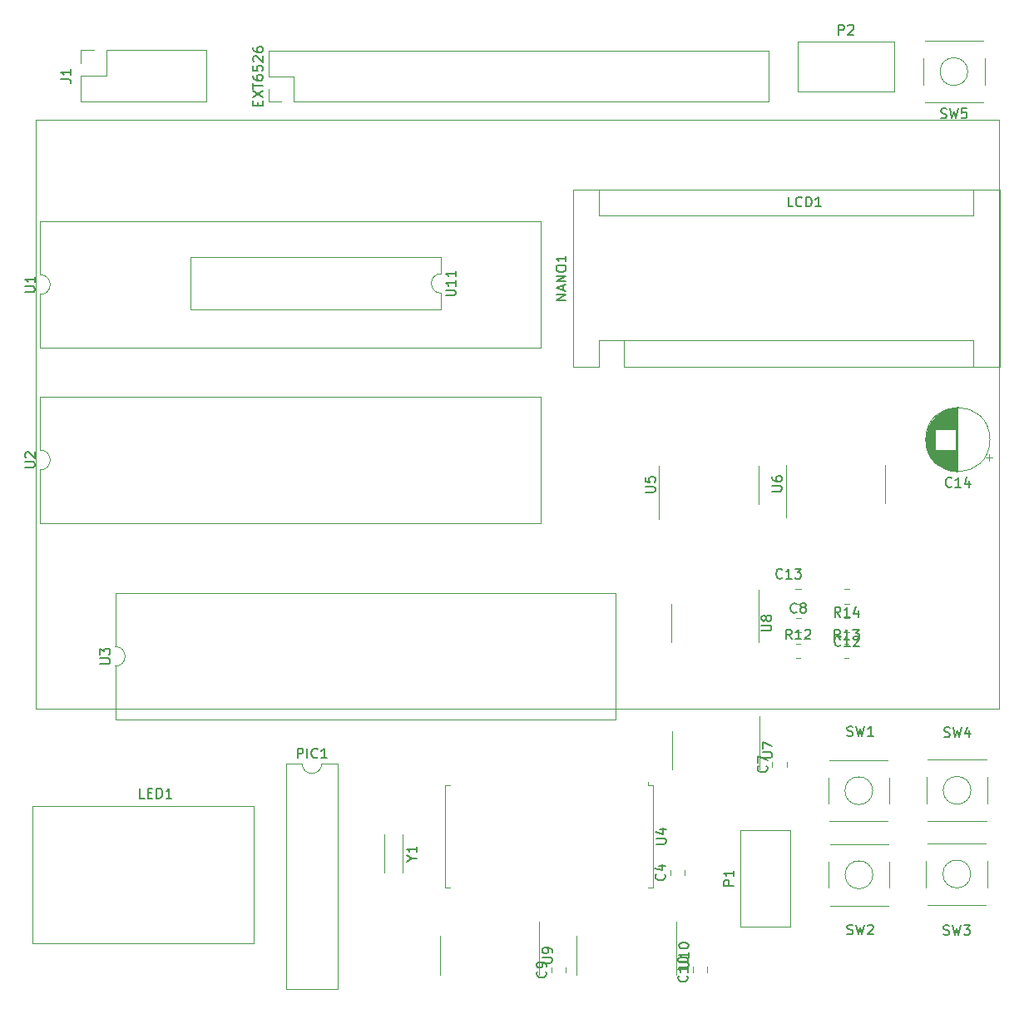
<source format=gbr>
%TF.GenerationSoftware,KiCad,Pcbnew,(5.99.0-7833-g0d57f90982)*%
%TF.CreationDate,2021-09-05T20:23:01+02:00*%
%TF.ProjectId,sbc6526,73626336-3532-4362-9e6b-696361645f70,rev?*%
%TF.SameCoordinates,Original*%
%TF.FileFunction,Legend,Top*%
%TF.FilePolarity,Positive*%
%FSLAX46Y46*%
G04 Gerber Fmt 4.6, Leading zero omitted, Abs format (unit mm)*
G04 Created by KiCad (PCBNEW (5.99.0-7833-g0d57f90982)) date 2021-09-05 20:23:01*
%MOMM*%
%LPD*%
G01*
G04 APERTURE LIST*
%ADD10C,0.150000*%
%ADD11C,0.120000*%
G04 APERTURE END LIST*
D10*
%TO.C,C4*%
X164877142Y-136229166D02*
X164924761Y-136276785D01*
X164972380Y-136419642D01*
X164972380Y-136514880D01*
X164924761Y-136657738D01*
X164829523Y-136752976D01*
X164734285Y-136800595D01*
X164543809Y-136848214D01*
X164400952Y-136848214D01*
X164210476Y-136800595D01*
X164115238Y-136752976D01*
X164020000Y-136657738D01*
X163972380Y-136514880D01*
X163972380Y-136419642D01*
X164020000Y-136276785D01*
X164067619Y-136229166D01*
X164305714Y-135372023D02*
X164972380Y-135372023D01*
X163924761Y-135610119D02*
X164639047Y-135848214D01*
X164639047Y-135229166D01*
%TO.C,C7*%
X175277142Y-125229166D02*
X175324761Y-125276785D01*
X175372380Y-125419642D01*
X175372380Y-125514880D01*
X175324761Y-125657738D01*
X175229523Y-125752976D01*
X175134285Y-125800595D01*
X174943809Y-125848214D01*
X174800952Y-125848214D01*
X174610476Y-125800595D01*
X174515238Y-125752976D01*
X174420000Y-125657738D01*
X174372380Y-125514880D01*
X174372380Y-125419642D01*
X174420000Y-125276785D01*
X174467619Y-125229166D01*
X174372380Y-124895833D02*
X174372380Y-124229166D01*
X175372380Y-124657738D01*
%TO.C,C8*%
X178343333Y-109562142D02*
X178295714Y-109609761D01*
X178152857Y-109657380D01*
X178057619Y-109657380D01*
X177914761Y-109609761D01*
X177819523Y-109514523D01*
X177771904Y-109419285D01*
X177724285Y-109228809D01*
X177724285Y-109085952D01*
X177771904Y-108895476D01*
X177819523Y-108800238D01*
X177914761Y-108705000D01*
X178057619Y-108657380D01*
X178152857Y-108657380D01*
X178295714Y-108705000D01*
X178343333Y-108752619D01*
X178914761Y-109085952D02*
X178819523Y-109038333D01*
X178771904Y-108990714D01*
X178724285Y-108895476D01*
X178724285Y-108847857D01*
X178771904Y-108752619D01*
X178819523Y-108705000D01*
X178914761Y-108657380D01*
X179105238Y-108657380D01*
X179200476Y-108705000D01*
X179248095Y-108752619D01*
X179295714Y-108847857D01*
X179295714Y-108895476D01*
X179248095Y-108990714D01*
X179200476Y-109038333D01*
X179105238Y-109085952D01*
X178914761Y-109085952D01*
X178819523Y-109133571D01*
X178771904Y-109181190D01*
X178724285Y-109276428D01*
X178724285Y-109466904D01*
X178771904Y-109562142D01*
X178819523Y-109609761D01*
X178914761Y-109657380D01*
X179105238Y-109657380D01*
X179200476Y-109609761D01*
X179248095Y-109562142D01*
X179295714Y-109466904D01*
X179295714Y-109276428D01*
X179248095Y-109181190D01*
X179200476Y-109133571D01*
X179105238Y-109085952D01*
%TO.C,C9*%
X152777142Y-146129166D02*
X152824761Y-146176785D01*
X152872380Y-146319642D01*
X152872380Y-146414880D01*
X152824761Y-146557738D01*
X152729523Y-146652976D01*
X152634285Y-146700595D01*
X152443809Y-146748214D01*
X152300952Y-146748214D01*
X152110476Y-146700595D01*
X152015238Y-146652976D01*
X151920000Y-146557738D01*
X151872380Y-146414880D01*
X151872380Y-146319642D01*
X151920000Y-146176785D01*
X151967619Y-146129166D01*
X152872380Y-145652976D02*
X152872380Y-145462500D01*
X152824761Y-145367261D01*
X152777142Y-145319642D01*
X152634285Y-145224404D01*
X152443809Y-145176785D01*
X152062857Y-145176785D01*
X151967619Y-145224404D01*
X151920000Y-145272023D01*
X151872380Y-145367261D01*
X151872380Y-145557738D01*
X151920000Y-145652976D01*
X151967619Y-145700595D01*
X152062857Y-145748214D01*
X152300952Y-145748214D01*
X152396190Y-145700595D01*
X152443809Y-145652976D01*
X152491428Y-145557738D01*
X152491428Y-145367261D01*
X152443809Y-145272023D01*
X152396190Y-145224404D01*
X152300952Y-145176785D01*
%TO.C,C12*%
X182819642Y-112912142D02*
X182772023Y-112959761D01*
X182629166Y-113007380D01*
X182533928Y-113007380D01*
X182391071Y-112959761D01*
X182295833Y-112864523D01*
X182248214Y-112769285D01*
X182200595Y-112578809D01*
X182200595Y-112435952D01*
X182248214Y-112245476D01*
X182295833Y-112150238D01*
X182391071Y-112055000D01*
X182533928Y-112007380D01*
X182629166Y-112007380D01*
X182772023Y-112055000D01*
X182819642Y-112102619D01*
X183772023Y-113007380D02*
X183200595Y-113007380D01*
X183486309Y-113007380D02*
X183486309Y-112007380D01*
X183391071Y-112150238D01*
X183295833Y-112245476D01*
X183200595Y-112293095D01*
X184152976Y-112102619D02*
X184200595Y-112055000D01*
X184295833Y-112007380D01*
X184533928Y-112007380D01*
X184629166Y-112055000D01*
X184676785Y-112102619D01*
X184724404Y-112197857D01*
X184724404Y-112293095D01*
X184676785Y-112435952D01*
X184105357Y-113007380D01*
X184724404Y-113007380D01*
%TO.C,P2*%
X182621904Y-50792380D02*
X182621904Y-49792380D01*
X183002857Y-49792380D01*
X183098095Y-49840000D01*
X183145714Y-49887619D01*
X183193333Y-49982857D01*
X183193333Y-50125714D01*
X183145714Y-50220952D01*
X183098095Y-50268571D01*
X183002857Y-50316190D01*
X182621904Y-50316190D01*
X183574285Y-49887619D02*
X183621904Y-49840000D01*
X183717142Y-49792380D01*
X183955238Y-49792380D01*
X184050476Y-49840000D01*
X184098095Y-49887619D01*
X184145714Y-49982857D01*
X184145714Y-50078095D01*
X184098095Y-50220952D01*
X183526666Y-50792380D01*
X184145714Y-50792380D01*
%TO.C,R12*%
X177857142Y-112317380D02*
X177523809Y-111841190D01*
X177285714Y-112317380D02*
X177285714Y-111317380D01*
X177666666Y-111317380D01*
X177761904Y-111365000D01*
X177809523Y-111412619D01*
X177857142Y-111507857D01*
X177857142Y-111650714D01*
X177809523Y-111745952D01*
X177761904Y-111793571D01*
X177666666Y-111841190D01*
X177285714Y-111841190D01*
X178809523Y-112317380D02*
X178238095Y-112317380D01*
X178523809Y-112317380D02*
X178523809Y-111317380D01*
X178428571Y-111460238D01*
X178333333Y-111555476D01*
X178238095Y-111603095D01*
X179190476Y-111412619D02*
X179238095Y-111365000D01*
X179333333Y-111317380D01*
X179571428Y-111317380D01*
X179666666Y-111365000D01*
X179714285Y-111412619D01*
X179761904Y-111507857D01*
X179761904Y-111603095D01*
X179714285Y-111745952D01*
X179142857Y-112317380D01*
X179761904Y-112317380D01*
%TO.C,R13*%
X182782142Y-112327380D02*
X182448809Y-111851190D01*
X182210714Y-112327380D02*
X182210714Y-111327380D01*
X182591666Y-111327380D01*
X182686904Y-111375000D01*
X182734523Y-111422619D01*
X182782142Y-111517857D01*
X182782142Y-111660714D01*
X182734523Y-111755952D01*
X182686904Y-111803571D01*
X182591666Y-111851190D01*
X182210714Y-111851190D01*
X183734523Y-112327380D02*
X183163095Y-112327380D01*
X183448809Y-112327380D02*
X183448809Y-111327380D01*
X183353571Y-111470238D01*
X183258333Y-111565476D01*
X183163095Y-111613095D01*
X184067857Y-111327380D02*
X184686904Y-111327380D01*
X184353571Y-111708333D01*
X184496428Y-111708333D01*
X184591666Y-111755952D01*
X184639285Y-111803571D01*
X184686904Y-111898809D01*
X184686904Y-112136904D01*
X184639285Y-112232142D01*
X184591666Y-112279761D01*
X184496428Y-112327380D01*
X184210714Y-112327380D01*
X184115476Y-112279761D01*
X184067857Y-112232142D01*
%TO.C,R14*%
X182807142Y-110052380D02*
X182473809Y-109576190D01*
X182235714Y-110052380D02*
X182235714Y-109052380D01*
X182616666Y-109052380D01*
X182711904Y-109100000D01*
X182759523Y-109147619D01*
X182807142Y-109242857D01*
X182807142Y-109385714D01*
X182759523Y-109480952D01*
X182711904Y-109528571D01*
X182616666Y-109576190D01*
X182235714Y-109576190D01*
X183759523Y-110052380D02*
X183188095Y-110052380D01*
X183473809Y-110052380D02*
X183473809Y-109052380D01*
X183378571Y-109195238D01*
X183283333Y-109290476D01*
X183188095Y-109338095D01*
X184616666Y-109385714D02*
X184616666Y-110052380D01*
X184378571Y-109004761D02*
X184140476Y-109719047D01*
X184759523Y-109719047D01*
%TO.C,U4*%
X164052380Y-133161904D02*
X164861904Y-133161904D01*
X164957142Y-133114285D01*
X165004761Y-133066666D01*
X165052380Y-132971428D01*
X165052380Y-132780952D01*
X165004761Y-132685714D01*
X164957142Y-132638095D01*
X164861904Y-132590476D01*
X164052380Y-132590476D01*
X164385714Y-131685714D02*
X165052380Y-131685714D01*
X164004761Y-131923809D02*
X164719047Y-132161904D01*
X164719047Y-131542857D01*
%TO.C,U6*%
X175852380Y-97261904D02*
X176661904Y-97261904D01*
X176757142Y-97214285D01*
X176804761Y-97166666D01*
X176852380Y-97071428D01*
X176852380Y-96880952D01*
X176804761Y-96785714D01*
X176757142Y-96738095D01*
X176661904Y-96690476D01*
X175852380Y-96690476D01*
X175852380Y-95785714D02*
X175852380Y-95976190D01*
X175900000Y-96071428D01*
X175947619Y-96119047D01*
X176090476Y-96214285D01*
X176280952Y-96261904D01*
X176661904Y-96261904D01*
X176757142Y-96214285D01*
X176804761Y-96166666D01*
X176852380Y-96071428D01*
X176852380Y-95880952D01*
X176804761Y-95785714D01*
X176757142Y-95738095D01*
X176661904Y-95690476D01*
X176423809Y-95690476D01*
X176328571Y-95738095D01*
X176280952Y-95785714D01*
X176233333Y-95880952D01*
X176233333Y-96071428D01*
X176280952Y-96166666D01*
X176328571Y-96214285D01*
X176423809Y-96261904D01*
%TO.C,U10*%
X166352380Y-145738095D02*
X167161904Y-145738095D01*
X167257142Y-145690476D01*
X167304761Y-145642857D01*
X167352380Y-145547619D01*
X167352380Y-145357142D01*
X167304761Y-145261904D01*
X167257142Y-145214285D01*
X167161904Y-145166666D01*
X166352380Y-145166666D01*
X167352380Y-144166666D02*
X167352380Y-144738095D01*
X167352380Y-144452380D02*
X166352380Y-144452380D01*
X166495238Y-144547619D01*
X166590476Y-144642857D01*
X166638095Y-144738095D01*
X166352380Y-143547619D02*
X166352380Y-143452380D01*
X166400000Y-143357142D01*
X166447619Y-143309523D01*
X166542857Y-143261904D01*
X166733333Y-143214285D01*
X166971428Y-143214285D01*
X167161904Y-143261904D01*
X167257142Y-143309523D01*
X167304761Y-143357142D01*
X167352380Y-143452380D01*
X167352380Y-143547619D01*
X167304761Y-143642857D01*
X167257142Y-143690476D01*
X167161904Y-143738095D01*
X166971428Y-143785714D01*
X166733333Y-143785714D01*
X166542857Y-143738095D01*
X166447619Y-143690476D01*
X166400000Y-143642857D01*
X166352380Y-143547619D01*
%TO.C,NANO1*%
X154872380Y-77818095D02*
X153872380Y-77818095D01*
X154872380Y-77246666D01*
X153872380Y-77246666D01*
X154586666Y-76818095D02*
X154586666Y-76341904D01*
X154872380Y-76913333D02*
X153872380Y-76580000D01*
X154872380Y-76246666D01*
X154872380Y-75913333D02*
X153872380Y-75913333D01*
X154872380Y-75341904D01*
X153872380Y-75341904D01*
X153872380Y-74675238D02*
X153872380Y-74484761D01*
X153920000Y-74389523D01*
X154015238Y-74294285D01*
X154205714Y-74246666D01*
X154539047Y-74246666D01*
X154729523Y-74294285D01*
X154824761Y-74389523D01*
X154872380Y-74484761D01*
X154872380Y-74675238D01*
X154824761Y-74770476D01*
X154729523Y-74865714D01*
X154539047Y-74913333D01*
X154205714Y-74913333D01*
X154015238Y-74865714D01*
X153920000Y-74770476D01*
X153872380Y-74675238D01*
X154872380Y-73294285D02*
X154872380Y-73865714D01*
X154872380Y-73580000D02*
X153872380Y-73580000D01*
X154015238Y-73675238D01*
X154110476Y-73770476D01*
X154158095Y-73865714D01*
%TO.C,U11*%
X142625380Y-77348095D02*
X143434904Y-77348095D01*
X143530142Y-77300476D01*
X143577761Y-77252857D01*
X143625380Y-77157619D01*
X143625380Y-76967142D01*
X143577761Y-76871904D01*
X143530142Y-76824285D01*
X143434904Y-76776666D01*
X142625380Y-76776666D01*
X143625380Y-75776666D02*
X143625380Y-76348095D01*
X143625380Y-76062380D02*
X142625380Y-76062380D01*
X142768238Y-76157619D01*
X142863476Y-76252857D01*
X142911095Y-76348095D01*
X143625380Y-74824285D02*
X143625380Y-75395714D01*
X143625380Y-75110000D02*
X142625380Y-75110000D01*
X142768238Y-75205238D01*
X142863476Y-75300476D01*
X142911095Y-75395714D01*
%TO.C,U9*%
X152452380Y-145261904D02*
X153261904Y-145261904D01*
X153357142Y-145214285D01*
X153404761Y-145166666D01*
X153452380Y-145071428D01*
X153452380Y-144880952D01*
X153404761Y-144785714D01*
X153357142Y-144738095D01*
X153261904Y-144690476D01*
X152452380Y-144690476D01*
X153452380Y-144166666D02*
X153452380Y-143976190D01*
X153404761Y-143880952D01*
X153357142Y-143833333D01*
X153214285Y-143738095D01*
X153023809Y-143690476D01*
X152642857Y-143690476D01*
X152547619Y-143738095D01*
X152500000Y-143785714D01*
X152452380Y-143880952D01*
X152452380Y-144071428D01*
X152500000Y-144166666D01*
X152547619Y-144214285D01*
X152642857Y-144261904D01*
X152880952Y-144261904D01*
X152976190Y-144214285D01*
X153023809Y-144166666D01*
X153071428Y-144071428D01*
X153071428Y-143880952D01*
X153023809Y-143785714D01*
X152976190Y-143738095D01*
X152880952Y-143690476D01*
%TO.C,U7*%
X174872380Y-124381904D02*
X175681904Y-124381904D01*
X175777142Y-124334285D01*
X175824761Y-124286666D01*
X175872380Y-124191428D01*
X175872380Y-124000952D01*
X175824761Y-123905714D01*
X175777142Y-123858095D01*
X175681904Y-123810476D01*
X174872380Y-123810476D01*
X174872380Y-123429523D02*
X174872380Y-122762857D01*
X175872380Y-123191428D01*
%TO.C,U8*%
X174772380Y-111471904D02*
X175581904Y-111471904D01*
X175677142Y-111424285D01*
X175724761Y-111376666D01*
X175772380Y-111281428D01*
X175772380Y-111090952D01*
X175724761Y-110995714D01*
X175677142Y-110948095D01*
X175581904Y-110900476D01*
X174772380Y-110900476D01*
X175200952Y-110281428D02*
X175153333Y-110376666D01*
X175105714Y-110424285D01*
X175010476Y-110471904D01*
X174962857Y-110471904D01*
X174867619Y-110424285D01*
X174820000Y-110376666D01*
X174772380Y-110281428D01*
X174772380Y-110090952D01*
X174820000Y-109995714D01*
X174867619Y-109948095D01*
X174962857Y-109900476D01*
X175010476Y-109900476D01*
X175105714Y-109948095D01*
X175153333Y-109995714D01*
X175200952Y-110090952D01*
X175200952Y-110281428D01*
X175248571Y-110376666D01*
X175296190Y-110424285D01*
X175391428Y-110471904D01*
X175581904Y-110471904D01*
X175677142Y-110424285D01*
X175724761Y-110376666D01*
X175772380Y-110281428D01*
X175772380Y-110090952D01*
X175724761Y-109995714D01*
X175677142Y-109948095D01*
X175581904Y-109900476D01*
X175391428Y-109900476D01*
X175296190Y-109948095D01*
X175248571Y-109995714D01*
X175200952Y-110090952D01*
%TO.C,P1*%
X171925380Y-137390095D02*
X170925380Y-137390095D01*
X170925380Y-137009142D01*
X170973000Y-136913904D01*
X171020619Y-136866285D01*
X171115857Y-136818666D01*
X171258714Y-136818666D01*
X171353952Y-136866285D01*
X171401571Y-136913904D01*
X171449190Y-137009142D01*
X171449190Y-137390095D01*
X171925380Y-135866285D02*
X171925380Y-136437714D01*
X171925380Y-136152000D02*
X170925380Y-136152000D01*
X171068238Y-136247238D01*
X171163476Y-136342476D01*
X171211095Y-136437714D01*
%TO.C,C14*%
X194107142Y-96757142D02*
X194059523Y-96804761D01*
X193916666Y-96852380D01*
X193821428Y-96852380D01*
X193678571Y-96804761D01*
X193583333Y-96709523D01*
X193535714Y-96614285D01*
X193488095Y-96423809D01*
X193488095Y-96280952D01*
X193535714Y-96090476D01*
X193583333Y-95995238D01*
X193678571Y-95900000D01*
X193821428Y-95852380D01*
X193916666Y-95852380D01*
X194059523Y-95900000D01*
X194107142Y-95947619D01*
X195059523Y-96852380D02*
X194488095Y-96852380D01*
X194773809Y-96852380D02*
X194773809Y-95852380D01*
X194678571Y-95995238D01*
X194583333Y-96090476D01*
X194488095Y-96138095D01*
X195916666Y-96185714D02*
X195916666Y-96852380D01*
X195678571Y-95804761D02*
X195440476Y-96519047D01*
X196059523Y-96519047D01*
%TO.C,U3*%
X107447380Y-114831904D02*
X108256904Y-114831904D01*
X108352142Y-114784285D01*
X108399761Y-114736666D01*
X108447380Y-114641428D01*
X108447380Y-114450952D01*
X108399761Y-114355714D01*
X108352142Y-114308095D01*
X108256904Y-114260476D01*
X107447380Y-114260476D01*
X107447380Y-113879523D02*
X107447380Y-113260476D01*
X107828333Y-113593809D01*
X107828333Y-113450952D01*
X107875952Y-113355714D01*
X107923571Y-113308095D01*
X108018809Y-113260476D01*
X108256904Y-113260476D01*
X108352142Y-113308095D01*
X108399761Y-113355714D01*
X108447380Y-113450952D01*
X108447380Y-113736666D01*
X108399761Y-113831904D01*
X108352142Y-113879523D01*
%TO.C,LED1*%
X111980952Y-128502380D02*
X111504761Y-128502380D01*
X111504761Y-127502380D01*
X112314285Y-127978571D02*
X112647619Y-127978571D01*
X112790476Y-128502380D02*
X112314285Y-128502380D01*
X112314285Y-127502380D01*
X112790476Y-127502380D01*
X113219047Y-128502380D02*
X113219047Y-127502380D01*
X113457142Y-127502380D01*
X113600000Y-127550000D01*
X113695238Y-127645238D01*
X113742857Y-127740476D01*
X113790476Y-127930952D01*
X113790476Y-128073809D01*
X113742857Y-128264285D01*
X113695238Y-128359523D01*
X113600000Y-128454761D01*
X113457142Y-128502380D01*
X113219047Y-128502380D01*
X114742857Y-128502380D02*
X114171428Y-128502380D01*
X114457142Y-128502380D02*
X114457142Y-127502380D01*
X114361904Y-127645238D01*
X114266666Y-127740476D01*
X114171428Y-127788095D01*
%TO.C,J1*%
X103482380Y-55303333D02*
X104196666Y-55303333D01*
X104339523Y-55350952D01*
X104434761Y-55446190D01*
X104482380Y-55589047D01*
X104482380Y-55684285D01*
X104482380Y-54303333D02*
X104482380Y-54874761D01*
X104482380Y-54589047D02*
X103482380Y-54589047D01*
X103625238Y-54684285D01*
X103720476Y-54779523D01*
X103768095Y-54874761D01*
%TO.C,C10*%
X167177142Y-146580357D02*
X167224761Y-146627976D01*
X167272380Y-146770833D01*
X167272380Y-146866071D01*
X167224761Y-147008928D01*
X167129523Y-147104166D01*
X167034285Y-147151785D01*
X166843809Y-147199404D01*
X166700952Y-147199404D01*
X166510476Y-147151785D01*
X166415238Y-147104166D01*
X166320000Y-147008928D01*
X166272380Y-146866071D01*
X166272380Y-146770833D01*
X166320000Y-146627976D01*
X166367619Y-146580357D01*
X167272380Y-145627976D02*
X167272380Y-146199404D01*
X167272380Y-145913690D02*
X166272380Y-145913690D01*
X166415238Y-146008928D01*
X166510476Y-146104166D01*
X166558095Y-146199404D01*
X166272380Y-145008928D02*
X166272380Y-144913690D01*
X166320000Y-144818452D01*
X166367619Y-144770833D01*
X166462857Y-144723214D01*
X166653333Y-144675595D01*
X166891428Y-144675595D01*
X167081904Y-144723214D01*
X167177142Y-144770833D01*
X167224761Y-144818452D01*
X167272380Y-144913690D01*
X167272380Y-145008928D01*
X167224761Y-145104166D01*
X167177142Y-145151785D01*
X167081904Y-145199404D01*
X166891428Y-145247023D01*
X166653333Y-145247023D01*
X166462857Y-145199404D01*
X166367619Y-145151785D01*
X166320000Y-145104166D01*
X166272380Y-145008928D01*
%TO.C,Y1*%
X139196190Y-134616190D02*
X139672380Y-134616190D01*
X138672380Y-134949523D02*
X139196190Y-134616190D01*
X138672380Y-134282857D01*
X139672380Y-133425714D02*
X139672380Y-133997142D01*
X139672380Y-133711428D02*
X138672380Y-133711428D01*
X138815238Y-133806666D01*
X138910476Y-133901904D01*
X138958095Y-133997142D01*
%TO.C,PIC1*%
X127533809Y-124422380D02*
X127533809Y-123422380D01*
X127914761Y-123422380D01*
X128010000Y-123470000D01*
X128057619Y-123517619D01*
X128105238Y-123612857D01*
X128105238Y-123755714D01*
X128057619Y-123850952D01*
X128010000Y-123898571D01*
X127914761Y-123946190D01*
X127533809Y-123946190D01*
X128533809Y-124422380D02*
X128533809Y-123422380D01*
X129581428Y-124327142D02*
X129533809Y-124374761D01*
X129390952Y-124422380D01*
X129295714Y-124422380D01*
X129152857Y-124374761D01*
X129057619Y-124279523D01*
X129010000Y-124184285D01*
X128962380Y-123993809D01*
X128962380Y-123850952D01*
X129010000Y-123660476D01*
X129057619Y-123565238D01*
X129152857Y-123470000D01*
X129295714Y-123422380D01*
X129390952Y-123422380D01*
X129533809Y-123470000D01*
X129581428Y-123517619D01*
X130533809Y-124422380D02*
X129962380Y-124422380D01*
X130248095Y-124422380D02*
X130248095Y-123422380D01*
X130152857Y-123565238D01*
X130057619Y-123660476D01*
X129962380Y-123708095D01*
%TO.C,C13*%
X176887142Y-106057142D02*
X176839523Y-106104761D01*
X176696666Y-106152380D01*
X176601428Y-106152380D01*
X176458571Y-106104761D01*
X176363333Y-106009523D01*
X176315714Y-105914285D01*
X176268095Y-105723809D01*
X176268095Y-105580952D01*
X176315714Y-105390476D01*
X176363333Y-105295238D01*
X176458571Y-105200000D01*
X176601428Y-105152380D01*
X176696666Y-105152380D01*
X176839523Y-105200000D01*
X176887142Y-105247619D01*
X177839523Y-106152380D02*
X177268095Y-106152380D01*
X177553809Y-106152380D02*
X177553809Y-105152380D01*
X177458571Y-105295238D01*
X177363333Y-105390476D01*
X177268095Y-105438095D01*
X178172857Y-105152380D02*
X178791904Y-105152380D01*
X178458571Y-105533333D01*
X178601428Y-105533333D01*
X178696666Y-105580952D01*
X178744285Y-105628571D01*
X178791904Y-105723809D01*
X178791904Y-105961904D01*
X178744285Y-106057142D01*
X178696666Y-106104761D01*
X178601428Y-106152380D01*
X178315714Y-106152380D01*
X178220476Y-106104761D01*
X178172857Y-106057142D01*
%TO.C,EXT6526*%
X123498571Y-58006190D02*
X123498571Y-57672857D01*
X124022380Y-57530000D02*
X124022380Y-58006190D01*
X123022380Y-58006190D01*
X123022380Y-57530000D01*
X123022380Y-57196666D02*
X124022380Y-56530000D01*
X123022380Y-56530000D02*
X124022380Y-57196666D01*
X123022380Y-56291904D02*
X123022380Y-55720476D01*
X124022380Y-56006190D02*
X123022380Y-56006190D01*
X123022380Y-54958571D02*
X123022380Y-55149047D01*
X123070000Y-55244285D01*
X123117619Y-55291904D01*
X123260476Y-55387142D01*
X123450952Y-55434761D01*
X123831904Y-55434761D01*
X123927142Y-55387142D01*
X123974761Y-55339523D01*
X124022380Y-55244285D01*
X124022380Y-55053809D01*
X123974761Y-54958571D01*
X123927142Y-54910952D01*
X123831904Y-54863333D01*
X123593809Y-54863333D01*
X123498571Y-54910952D01*
X123450952Y-54958571D01*
X123403333Y-55053809D01*
X123403333Y-55244285D01*
X123450952Y-55339523D01*
X123498571Y-55387142D01*
X123593809Y-55434761D01*
X123022380Y-53958571D02*
X123022380Y-54434761D01*
X123498571Y-54482380D01*
X123450952Y-54434761D01*
X123403333Y-54339523D01*
X123403333Y-54101428D01*
X123450952Y-54006190D01*
X123498571Y-53958571D01*
X123593809Y-53910952D01*
X123831904Y-53910952D01*
X123927142Y-53958571D01*
X123974761Y-54006190D01*
X124022380Y-54101428D01*
X124022380Y-54339523D01*
X123974761Y-54434761D01*
X123927142Y-54482380D01*
X123117619Y-53530000D02*
X123070000Y-53482380D01*
X123022380Y-53387142D01*
X123022380Y-53149047D01*
X123070000Y-53053809D01*
X123117619Y-53006190D01*
X123212857Y-52958571D01*
X123308095Y-52958571D01*
X123450952Y-53006190D01*
X124022380Y-53577619D01*
X124022380Y-52958571D01*
X123022380Y-52101428D02*
X123022380Y-52291904D01*
X123070000Y-52387142D01*
X123117619Y-52434761D01*
X123260476Y-52530000D01*
X123450952Y-52577619D01*
X123831904Y-52577619D01*
X123927142Y-52530000D01*
X123974761Y-52482380D01*
X124022380Y-52387142D01*
X124022380Y-52196666D01*
X123974761Y-52101428D01*
X123927142Y-52053809D01*
X123831904Y-52006190D01*
X123593809Y-52006190D01*
X123498571Y-52053809D01*
X123450952Y-52101428D01*
X123403333Y-52196666D01*
X123403333Y-52387142D01*
X123450952Y-52482380D01*
X123498571Y-52530000D01*
X123593809Y-52577619D01*
%TO.C,U2*%
X99822380Y-94841904D02*
X100631904Y-94841904D01*
X100727142Y-94794285D01*
X100774761Y-94746666D01*
X100822380Y-94651428D01*
X100822380Y-94460952D01*
X100774761Y-94365714D01*
X100727142Y-94318095D01*
X100631904Y-94270476D01*
X99822380Y-94270476D01*
X99917619Y-93841904D02*
X99870000Y-93794285D01*
X99822380Y-93699047D01*
X99822380Y-93460952D01*
X99870000Y-93365714D01*
X99917619Y-93318095D01*
X100012857Y-93270476D01*
X100108095Y-93270476D01*
X100250952Y-93318095D01*
X100822380Y-93889523D01*
X100822380Y-93270476D01*
%TO.C,SW1*%
X183486666Y-122134761D02*
X183629523Y-122182380D01*
X183867619Y-122182380D01*
X183962857Y-122134761D01*
X184010476Y-122087142D01*
X184058095Y-121991904D01*
X184058095Y-121896666D01*
X184010476Y-121801428D01*
X183962857Y-121753809D01*
X183867619Y-121706190D01*
X183677142Y-121658571D01*
X183581904Y-121610952D01*
X183534285Y-121563333D01*
X183486666Y-121468095D01*
X183486666Y-121372857D01*
X183534285Y-121277619D01*
X183581904Y-121230000D01*
X183677142Y-121182380D01*
X183915238Y-121182380D01*
X184058095Y-121230000D01*
X184391428Y-121182380D02*
X184629523Y-122182380D01*
X184820000Y-121468095D01*
X185010476Y-122182380D01*
X185248571Y-121182380D01*
X186153333Y-122182380D02*
X185581904Y-122182380D01*
X185867619Y-122182380D02*
X185867619Y-121182380D01*
X185772380Y-121325238D01*
X185677142Y-121420476D01*
X185581904Y-121468095D01*
%TO.C,SW2*%
X183486666Y-142324761D02*
X183629523Y-142372380D01*
X183867619Y-142372380D01*
X183962857Y-142324761D01*
X184010476Y-142277142D01*
X184058095Y-142181904D01*
X184058095Y-142086666D01*
X184010476Y-141991428D01*
X183962857Y-141943809D01*
X183867619Y-141896190D01*
X183677142Y-141848571D01*
X183581904Y-141800952D01*
X183534285Y-141753333D01*
X183486666Y-141658095D01*
X183486666Y-141562857D01*
X183534285Y-141467619D01*
X183581904Y-141420000D01*
X183677142Y-141372380D01*
X183915238Y-141372380D01*
X184058095Y-141420000D01*
X184391428Y-141372380D02*
X184629523Y-142372380D01*
X184820000Y-141658095D01*
X185010476Y-142372380D01*
X185248571Y-141372380D01*
X185581904Y-141467619D02*
X185629523Y-141420000D01*
X185724761Y-141372380D01*
X185962857Y-141372380D01*
X186058095Y-141420000D01*
X186105714Y-141467619D01*
X186153333Y-141562857D01*
X186153333Y-141658095D01*
X186105714Y-141800952D01*
X185534285Y-142372380D01*
X186153333Y-142372380D01*
%TO.C,SW3*%
X193306666Y-142374761D02*
X193449523Y-142422380D01*
X193687619Y-142422380D01*
X193782857Y-142374761D01*
X193830476Y-142327142D01*
X193878095Y-142231904D01*
X193878095Y-142136666D01*
X193830476Y-142041428D01*
X193782857Y-141993809D01*
X193687619Y-141946190D01*
X193497142Y-141898571D01*
X193401904Y-141850952D01*
X193354285Y-141803333D01*
X193306666Y-141708095D01*
X193306666Y-141612857D01*
X193354285Y-141517619D01*
X193401904Y-141470000D01*
X193497142Y-141422380D01*
X193735238Y-141422380D01*
X193878095Y-141470000D01*
X194211428Y-141422380D02*
X194449523Y-142422380D01*
X194640000Y-141708095D01*
X194830476Y-142422380D01*
X195068571Y-141422380D01*
X195354285Y-141422380D02*
X195973333Y-141422380D01*
X195640000Y-141803333D01*
X195782857Y-141803333D01*
X195878095Y-141850952D01*
X195925714Y-141898571D01*
X195973333Y-141993809D01*
X195973333Y-142231904D01*
X195925714Y-142327142D01*
X195878095Y-142374761D01*
X195782857Y-142422380D01*
X195497142Y-142422380D01*
X195401904Y-142374761D01*
X195354285Y-142327142D01*
%TO.C,SW4*%
X193356666Y-122234761D02*
X193499523Y-122282380D01*
X193737619Y-122282380D01*
X193832857Y-122234761D01*
X193880476Y-122187142D01*
X193928095Y-122091904D01*
X193928095Y-121996666D01*
X193880476Y-121901428D01*
X193832857Y-121853809D01*
X193737619Y-121806190D01*
X193547142Y-121758571D01*
X193451904Y-121710952D01*
X193404285Y-121663333D01*
X193356666Y-121568095D01*
X193356666Y-121472857D01*
X193404285Y-121377619D01*
X193451904Y-121330000D01*
X193547142Y-121282380D01*
X193785238Y-121282380D01*
X193928095Y-121330000D01*
X194261428Y-121282380D02*
X194499523Y-122282380D01*
X194690000Y-121568095D01*
X194880476Y-122282380D01*
X195118571Y-121282380D01*
X195928095Y-121615714D02*
X195928095Y-122282380D01*
X195690000Y-121234761D02*
X195451904Y-121949047D01*
X196070952Y-121949047D01*
%TO.C,SW5*%
X193016666Y-59254761D02*
X193159523Y-59302380D01*
X193397619Y-59302380D01*
X193492857Y-59254761D01*
X193540476Y-59207142D01*
X193588095Y-59111904D01*
X193588095Y-59016666D01*
X193540476Y-58921428D01*
X193492857Y-58873809D01*
X193397619Y-58826190D01*
X193207142Y-58778571D01*
X193111904Y-58730952D01*
X193064285Y-58683333D01*
X193016666Y-58588095D01*
X193016666Y-58492857D01*
X193064285Y-58397619D01*
X193111904Y-58350000D01*
X193207142Y-58302380D01*
X193445238Y-58302380D01*
X193588095Y-58350000D01*
X193921428Y-58302380D02*
X194159523Y-59302380D01*
X194350000Y-58588095D01*
X194540476Y-59302380D01*
X194778571Y-58302380D01*
X195635714Y-58302380D02*
X195159523Y-58302380D01*
X195111904Y-58778571D01*
X195159523Y-58730952D01*
X195254761Y-58683333D01*
X195492857Y-58683333D01*
X195588095Y-58730952D01*
X195635714Y-58778571D01*
X195683333Y-58873809D01*
X195683333Y-59111904D01*
X195635714Y-59207142D01*
X195588095Y-59254761D01*
X195492857Y-59302380D01*
X195254761Y-59302380D01*
X195159523Y-59254761D01*
X195111904Y-59207142D01*
%TO.C,LCD1*%
X177968333Y-68287380D02*
X177492142Y-68287380D01*
X177492142Y-67287380D01*
X178873095Y-68192142D02*
X178825476Y-68239761D01*
X178682619Y-68287380D01*
X178587380Y-68287380D01*
X178444523Y-68239761D01*
X178349285Y-68144523D01*
X178301666Y-68049285D01*
X178254047Y-67858809D01*
X178254047Y-67715952D01*
X178301666Y-67525476D01*
X178349285Y-67430238D01*
X178444523Y-67335000D01*
X178587380Y-67287380D01*
X178682619Y-67287380D01*
X178825476Y-67335000D01*
X178873095Y-67382619D01*
X179301666Y-68287380D02*
X179301666Y-67287380D01*
X179539761Y-67287380D01*
X179682619Y-67335000D01*
X179777857Y-67430238D01*
X179825476Y-67525476D01*
X179873095Y-67715952D01*
X179873095Y-67858809D01*
X179825476Y-68049285D01*
X179777857Y-68144523D01*
X179682619Y-68239761D01*
X179539761Y-68287380D01*
X179301666Y-68287380D01*
X180825476Y-68287380D02*
X180254047Y-68287380D01*
X180539761Y-68287380D02*
X180539761Y-67287380D01*
X180444523Y-67430238D01*
X180349285Y-67525476D01*
X180254047Y-67573095D01*
%TO.C,U1*%
X99822380Y-76991904D02*
X100631904Y-76991904D01*
X100727142Y-76944285D01*
X100774761Y-76896666D01*
X100822380Y-76801428D01*
X100822380Y-76610952D01*
X100774761Y-76515714D01*
X100727142Y-76468095D01*
X100631904Y-76420476D01*
X99822380Y-76420476D01*
X100822380Y-75420476D02*
X100822380Y-75991904D01*
X100822380Y-75706190D02*
X99822380Y-75706190D01*
X99965238Y-75801428D01*
X100060476Y-75896666D01*
X100108095Y-75991904D01*
%TO.C,U5*%
X162952380Y-97361904D02*
X163761904Y-97361904D01*
X163857142Y-97314285D01*
X163904761Y-97266666D01*
X163952380Y-97171428D01*
X163952380Y-96980952D01*
X163904761Y-96885714D01*
X163857142Y-96838095D01*
X163761904Y-96790476D01*
X162952380Y-96790476D01*
X162952380Y-95838095D02*
X162952380Y-96314285D01*
X163428571Y-96361904D01*
X163380952Y-96314285D01*
X163333333Y-96219047D01*
X163333333Y-95980952D01*
X163380952Y-95885714D01*
X163428571Y-95838095D01*
X163523809Y-95790476D01*
X163761904Y-95790476D01*
X163857142Y-95838095D01*
X163904761Y-95885714D01*
X163952380Y-95980952D01*
X163952380Y-96219047D01*
X163904761Y-96314285D01*
X163857142Y-96361904D01*
%TO.C,*%
D11*
%TO.C,C4*%
X166935000Y-136323752D02*
X166935000Y-135801248D01*
X165465000Y-136323752D02*
X165465000Y-135801248D01*
%TO.C,C7*%
X175865000Y-125323752D02*
X175865000Y-124801248D01*
X177335000Y-125323752D02*
X177335000Y-124801248D01*
%TO.C,C8*%
X178248748Y-110150000D02*
X178771252Y-110150000D01*
X178248748Y-111620000D02*
X178771252Y-111620000D01*
%TO.C,C9*%
X153365000Y-146223752D02*
X153365000Y-145701248D01*
X154835000Y-146223752D02*
X154835000Y-145701248D01*
%TO.C,C12*%
X183723752Y-110140000D02*
X183201248Y-110140000D01*
X183723752Y-111610000D02*
X183201248Y-111610000D01*
%TO.C,P2*%
X178475000Y-56540000D02*
X188245000Y-56540000D01*
X188245000Y-51470000D02*
X188245000Y-56540000D01*
X178475000Y-51470000D02*
X188245000Y-51470000D01*
X178475000Y-51470000D02*
X178475000Y-56540000D01*
%TO.C,R12*%
X178272936Y-114250000D02*
X178727064Y-114250000D01*
X178272936Y-112780000D02*
X178727064Y-112780000D01*
%TO.C,R13*%
X183197936Y-112790000D02*
X183652064Y-112790000D01*
X183197936Y-114260000D02*
X183652064Y-114260000D01*
%TO.C,R14*%
X183677064Y-108685000D02*
X183222936Y-108685000D01*
X183677064Y-107215000D02*
X183222936Y-107215000D01*
%TO.C,U4*%
X142585000Y-132400000D02*
X142585000Y-127210000D01*
X142585000Y-127210000D02*
X143085000Y-127210000D01*
X163755000Y-132400000D02*
X163755000Y-127210000D01*
X163255000Y-127210000D02*
X163255000Y-126850000D01*
X142585000Y-137590000D02*
X143085000Y-137590000D01*
X163755000Y-132400000D02*
X163755000Y-137590000D01*
X163755000Y-127210000D02*
X163255000Y-127210000D01*
X142585000Y-132400000D02*
X142585000Y-137590000D01*
X163755000Y-137590000D02*
X163255000Y-137590000D01*
%TO.C,U6*%
X177240000Y-96500000D02*
X177240000Y-94550000D01*
X187360000Y-96500000D02*
X187360000Y-98450000D01*
X177240000Y-96500000D02*
X177240000Y-99950000D01*
X187360000Y-96500000D02*
X187360000Y-94550000D01*
%TO.C,U10*%
X166060000Y-144500000D02*
X166060000Y-141050000D01*
X155940000Y-144500000D02*
X155940000Y-142550000D01*
X166060000Y-144500000D02*
X166060000Y-146450000D01*
X155940000Y-144500000D02*
X155940000Y-146450000D01*
%TO.C,NANO1*%
X199000000Y-84600000D02*
X199000000Y-66560000D01*
X158230000Y-81930000D02*
X158230000Y-84600000D01*
X158230000Y-69230000D02*
X196330000Y-69230000D01*
X158230000Y-69230000D02*
X158230000Y-66560000D01*
X160770000Y-84600000D02*
X199000000Y-84600000D01*
X196330000Y-69230000D02*
X196330000Y-66560000D01*
X196330000Y-81930000D02*
X196330000Y-84600000D01*
X155560000Y-84600000D02*
X158230000Y-84600000D01*
X155560000Y-66560000D02*
X155560000Y-84600000D01*
X160770000Y-81930000D02*
X158230000Y-81930000D01*
X160770000Y-81930000D02*
X160770000Y-84600000D01*
X199000000Y-66560000D02*
X155560000Y-66560000D01*
X160770000Y-81930000D02*
X196330000Y-81930000D01*
%TO.C,U11*%
X116653000Y-78760000D02*
X142173000Y-78760000D01*
X142173000Y-78760000D02*
X142173000Y-77110000D01*
X142173000Y-75110000D02*
X142173000Y-73460000D01*
X116653000Y-73460000D02*
X116653000Y-78760000D01*
X142173000Y-73460000D02*
X116653000Y-73460000D01*
X142173000Y-77110000D02*
G75*
G02*
X142173000Y-75110000I0J1000000D01*
G01*
%TO.C,U9*%
X152160000Y-144500000D02*
X152160000Y-146450000D01*
X142040000Y-144500000D02*
X142040000Y-146450000D01*
X152160000Y-144500000D02*
X152160000Y-141050000D01*
X142040000Y-144500000D02*
X142040000Y-142550000D01*
%TO.C,U7*%
X174575000Y-123620000D02*
X174575000Y-120170000D01*
X165705000Y-123620000D02*
X165705000Y-121670000D01*
X165705000Y-123620000D02*
X165705000Y-125570000D01*
X174575000Y-123620000D02*
X174575000Y-125570000D01*
%TO.C,U8*%
X165605000Y-110710000D02*
X165605000Y-108760000D01*
X174475000Y-110710000D02*
X174475000Y-107260000D01*
X174475000Y-110710000D02*
X174475000Y-112660000D01*
X165605000Y-110710000D02*
X165605000Y-112660000D01*
%TO.C,P1*%
X172603000Y-131767000D02*
X177673000Y-131767000D01*
X177673000Y-141537000D02*
X177673000Y-131767000D01*
X172603000Y-141537000D02*
X172603000Y-131767000D01*
X172603000Y-141537000D02*
X177673000Y-141537000D01*
%TO.C,C14*%
X192629000Y-94450000D02*
X192629000Y-93040000D01*
X193069000Y-94766000D02*
X193069000Y-93040000D01*
X194310000Y-95201000D02*
X194310000Y-93040000D01*
X193109000Y-94790000D02*
X193109000Y-93040000D01*
X194710000Y-95230000D02*
X194710000Y-88770000D01*
X193069000Y-90960000D02*
X193069000Y-89234000D01*
X191949000Y-93650000D02*
X191949000Y-90350000D01*
X193229000Y-90960000D02*
X193229000Y-89144000D01*
X193869000Y-95110000D02*
X193869000Y-93040000D01*
X193309000Y-90960000D02*
X193309000Y-89104000D01*
X194190000Y-95182000D02*
X194190000Y-93040000D01*
X194350000Y-90960000D02*
X194350000Y-88794000D01*
X193469000Y-90960000D02*
X193469000Y-89030000D01*
X193309000Y-94896000D02*
X193309000Y-93040000D01*
X193789000Y-95086000D02*
X193789000Y-93040000D01*
X191989000Y-93714000D02*
X191989000Y-90286000D01*
X192789000Y-90960000D02*
X192789000Y-89422000D01*
X193549000Y-95002000D02*
X193549000Y-93040000D01*
X192709000Y-94516000D02*
X192709000Y-93040000D01*
X193709000Y-95061000D02*
X193709000Y-93040000D01*
X197935241Y-94154000D02*
X197935241Y-93524000D01*
X193829000Y-90960000D02*
X193829000Y-88902000D01*
X193749000Y-95074000D02*
X193749000Y-93040000D01*
X193549000Y-90960000D02*
X193549000Y-88998000D01*
X191509000Y-92402000D02*
X191509000Y-91598000D01*
X194070000Y-95159000D02*
X194070000Y-93040000D01*
X194110000Y-90960000D02*
X194110000Y-88833000D01*
X194110000Y-95167000D02*
X194110000Y-93040000D01*
X194390000Y-95211000D02*
X194390000Y-93040000D01*
X192029000Y-93776000D02*
X192029000Y-90224000D01*
X193709000Y-90960000D02*
X193709000Y-88939000D01*
X194029000Y-90960000D02*
X194029000Y-88850000D01*
X192309000Y-94137000D02*
X192309000Y-89863000D01*
X193349000Y-90960000D02*
X193349000Y-89084000D01*
X192349000Y-94182000D02*
X192349000Y-89818000D01*
X191829000Y-93432000D02*
X191829000Y-90568000D01*
X192829000Y-94607000D02*
X192829000Y-93040000D01*
X193229000Y-94856000D02*
X193229000Y-93040000D01*
X192229000Y-94044000D02*
X192229000Y-89956000D01*
X193589000Y-95018000D02*
X193589000Y-93040000D01*
X191549000Y-92633000D02*
X191549000Y-91367000D01*
X192589000Y-90960000D02*
X192589000Y-89584000D01*
X194310000Y-90960000D02*
X194310000Y-88799000D01*
X194590000Y-95227000D02*
X194590000Y-88773000D01*
X194070000Y-90960000D02*
X194070000Y-88841000D01*
X194510000Y-95222000D02*
X194510000Y-93040000D01*
X192509000Y-90960000D02*
X192509000Y-89657000D01*
X194150000Y-95175000D02*
X194150000Y-93040000D01*
X193389000Y-94934000D02*
X193389000Y-93040000D01*
X192429000Y-94265000D02*
X192429000Y-89735000D01*
X193149000Y-90960000D02*
X193149000Y-89188000D01*
X193629000Y-95033000D02*
X193629000Y-93040000D01*
X192589000Y-94416000D02*
X192589000Y-93040000D01*
X193029000Y-90960000D02*
X193029000Y-89258000D01*
X194470000Y-95218000D02*
X194470000Y-93040000D01*
X192509000Y-94343000D02*
X192509000Y-93040000D01*
X192469000Y-90960000D02*
X192469000Y-89695000D01*
X192749000Y-94548000D02*
X192749000Y-93040000D01*
X193469000Y-94970000D02*
X193469000Y-93040000D01*
X194550000Y-95224000D02*
X194550000Y-88776000D01*
X193869000Y-90960000D02*
X193869000Y-88890000D01*
X194430000Y-90960000D02*
X194430000Y-88785000D01*
X193189000Y-90960000D02*
X193189000Y-89166000D01*
X193269000Y-94876000D02*
X193269000Y-93040000D01*
X193749000Y-90960000D02*
X193749000Y-88926000D01*
X193149000Y-94812000D02*
X193149000Y-93040000D01*
X192869000Y-90960000D02*
X192869000Y-89364000D01*
X193429000Y-90960000D02*
X193429000Y-89048000D01*
X194190000Y-90960000D02*
X194190000Y-88818000D01*
X192749000Y-90960000D02*
X192749000Y-89452000D01*
X192149000Y-93944000D02*
X192149000Y-90056000D01*
X193949000Y-90960000D02*
X193949000Y-88869000D01*
X192549000Y-90960000D02*
X192549000Y-89620000D01*
X193429000Y-94952000D02*
X193429000Y-93040000D01*
X193909000Y-90960000D02*
X193909000Y-88879000D01*
X192549000Y-94380000D02*
X192549000Y-93040000D01*
X193829000Y-95098000D02*
X193829000Y-93040000D01*
X193269000Y-90960000D02*
X193269000Y-89124000D01*
X193789000Y-90960000D02*
X193789000Y-88914000D01*
X191589000Y-92802000D02*
X191589000Y-91198000D01*
X193629000Y-90960000D02*
X193629000Y-88967000D01*
X192469000Y-94305000D02*
X192469000Y-93040000D01*
X193509000Y-90960000D02*
X193509000Y-89014000D01*
X193109000Y-90960000D02*
X193109000Y-89210000D01*
X193989000Y-95141000D02*
X193989000Y-93040000D01*
X194630000Y-95228000D02*
X194630000Y-88772000D01*
X193669000Y-95047000D02*
X193669000Y-93040000D01*
X192989000Y-94716000D02*
X192989000Y-93040000D01*
X194350000Y-95206000D02*
X194350000Y-93040000D01*
X191789000Y-93350000D02*
X191789000Y-90650000D01*
X192069000Y-93834000D02*
X192069000Y-90166000D01*
X194430000Y-95215000D02*
X194430000Y-93040000D01*
X194670000Y-95230000D02*
X194670000Y-88770000D01*
X193189000Y-94834000D02*
X193189000Y-93040000D01*
X193909000Y-95121000D02*
X193909000Y-93040000D01*
X192269000Y-94092000D02*
X192269000Y-89908000D01*
X192909000Y-90960000D02*
X192909000Y-89336000D01*
X192189000Y-93995000D02*
X192189000Y-90005000D01*
X194510000Y-90960000D02*
X194510000Y-88778000D01*
X193949000Y-95131000D02*
X193949000Y-93040000D01*
X192389000Y-94224000D02*
X192389000Y-89776000D01*
X193669000Y-90960000D02*
X193669000Y-88953000D01*
X192949000Y-94690000D02*
X192949000Y-93040000D01*
X193349000Y-94916000D02*
X193349000Y-93040000D01*
X191629000Y-92940000D02*
X191629000Y-91060000D01*
X192629000Y-90960000D02*
X192629000Y-89550000D01*
X194150000Y-90960000D02*
X194150000Y-88825000D01*
X192709000Y-90960000D02*
X192709000Y-89484000D01*
X193389000Y-90960000D02*
X193389000Y-89066000D01*
X194470000Y-90960000D02*
X194470000Y-88782000D01*
X191749000Y-93262000D02*
X191749000Y-90738000D01*
X191909000Y-93581000D02*
X191909000Y-90419000D01*
X192109000Y-93890000D02*
X192109000Y-90110000D01*
X194230000Y-90960000D02*
X194230000Y-88811000D01*
X193989000Y-90960000D02*
X193989000Y-88859000D01*
X198250241Y-93839000D02*
X197620241Y-93839000D01*
X191709000Y-93165000D02*
X191709000Y-90835000D01*
X191869000Y-93509000D02*
X191869000Y-90491000D01*
X191669000Y-93059000D02*
X191669000Y-90941000D01*
X192829000Y-90960000D02*
X192829000Y-89393000D01*
X194390000Y-90960000D02*
X194390000Y-88789000D01*
X192909000Y-94664000D02*
X192909000Y-93040000D01*
X194750000Y-95230000D02*
X194750000Y-88770000D01*
X192869000Y-94636000D02*
X192869000Y-93040000D01*
X192789000Y-94578000D02*
X192789000Y-93040000D01*
X194270000Y-90960000D02*
X194270000Y-88805000D01*
X194270000Y-95195000D02*
X194270000Y-93040000D01*
X192949000Y-90960000D02*
X192949000Y-89310000D01*
X193029000Y-94742000D02*
X193029000Y-93040000D01*
X193509000Y-94986000D02*
X193509000Y-93040000D01*
X192669000Y-90960000D02*
X192669000Y-89516000D01*
X193589000Y-90960000D02*
X193589000Y-88982000D01*
X194029000Y-95150000D02*
X194029000Y-93040000D01*
X192989000Y-90960000D02*
X192989000Y-89284000D01*
X194230000Y-95189000D02*
X194230000Y-93040000D01*
X192669000Y-94484000D02*
X192669000Y-93040000D01*
X198020000Y-92000000D02*
G75*
G03*
X198020000Y-92000000I-3270000J0D01*
G01*
%TO.C,U3*%
X159915000Y-120530000D02*
X159915000Y-107610000D01*
X108995000Y-107610000D02*
X108995000Y-113070000D01*
X159915000Y-107610000D02*
X108995000Y-107610000D01*
X108995000Y-120530000D02*
X159915000Y-120530000D01*
X108995000Y-115070000D02*
X108995000Y-120530000D01*
X108995000Y-113070000D02*
G75*
G02*
X108995000Y-115070000I0J-1000000D01*
G01*
%TO.C,LED1*%
X123100000Y-143300000D02*
X123100000Y-129300000D01*
X100600000Y-143300000D02*
X123100000Y-143300000D01*
X123100000Y-129300000D02*
X100600000Y-129300000D01*
X100600000Y-129300000D02*
X100600000Y-143300000D01*
%TO.C,J1*%
X105470000Y-53700000D02*
X105470000Y-52370000D01*
X105470000Y-57570000D02*
X105470000Y-54970000D01*
X105470000Y-52370000D02*
X106800000Y-52370000D01*
X105470000Y-54970000D02*
X108070000Y-54970000D01*
X108070000Y-54970000D02*
X108070000Y-52370000D01*
X108070000Y-52370000D02*
X118290000Y-52370000D01*
X118290000Y-57570000D02*
X118290000Y-52370000D01*
X105470000Y-57570000D02*
X118290000Y-57570000D01*
%TO.C,C10*%
X167765000Y-146198752D02*
X167765000Y-145676248D01*
X169235000Y-146198752D02*
X169235000Y-145676248D01*
%TO.C,Y1*%
X136380000Y-132220000D02*
X136380000Y-136060000D01*
X138220000Y-132220000D02*
X138220000Y-136060000D01*
%TO.C,PIC1*%
X131660000Y-147950000D02*
X131660000Y-124970000D01*
X126360000Y-147950000D02*
X131660000Y-147950000D01*
X126360000Y-124970000D02*
X126360000Y-147950000D01*
X131660000Y-124970000D02*
X130010000Y-124970000D01*
X128010000Y-124970000D02*
X126360000Y-124970000D01*
X130010000Y-124970000D02*
G75*
G02*
X128010000Y-124970000I-1000000J0D01*
G01*
%TO.C,C13*%
X178238748Y-108685000D02*
X178761252Y-108685000D01*
X178238748Y-107215000D02*
X178761252Y-107215000D01*
%TO.C,EXT6526*%
X127170000Y-57630000D02*
X175490000Y-57630000D01*
X124570000Y-55030000D02*
X124570000Y-52430000D01*
X127170000Y-57630000D02*
X127170000Y-55030000D01*
X124570000Y-52430000D02*
X175490000Y-52430000D01*
X175490000Y-57630000D02*
X175490000Y-52430000D01*
X125900000Y-57630000D02*
X124570000Y-57630000D01*
X124570000Y-57630000D02*
X124570000Y-56300000D01*
X127170000Y-55030000D02*
X124570000Y-55030000D01*
%TO.C,U2*%
X101370000Y-100540000D02*
X152290000Y-100540000D01*
X152290000Y-100540000D02*
X152290000Y-87620000D01*
X101370000Y-87620000D02*
X101370000Y-93080000D01*
X152290000Y-87620000D02*
X101370000Y-87620000D01*
X101370000Y-95080000D02*
X101370000Y-100540000D01*
X101370000Y-93080000D02*
G75*
G02*
X101370000Y-95080000I0J-1000000D01*
G01*
%TO.C,SW1*%
X181700000Y-124620000D02*
X187640000Y-124620000D01*
X187790000Y-126400000D02*
X187790000Y-129080000D01*
X181550000Y-129080000D02*
X181550000Y-126400000D01*
X181700000Y-130860000D02*
X187640000Y-130860000D01*
X186084214Y-127740000D02*
G75*
G03*
X186084214Y-127740000I-1414214J0D01*
G01*
%TO.C,SW2*%
X181720000Y-139420000D02*
X187660000Y-139420000D01*
X181570000Y-137640000D02*
X181570000Y-134960000D01*
X187810000Y-134960000D02*
X187810000Y-137640000D01*
X181720000Y-133180000D02*
X187660000Y-133180000D01*
X186104214Y-136300000D02*
G75*
G03*
X186104214Y-136300000I-1414214J0D01*
G01*
%TO.C,SW3*%
X191680000Y-133100000D02*
X197620000Y-133100000D01*
X197770000Y-134880000D02*
X197770000Y-137560000D01*
X191680000Y-139340000D02*
X197620000Y-139340000D01*
X191530000Y-137560000D02*
X191530000Y-134880000D01*
X196064214Y-136220000D02*
G75*
G03*
X196064214Y-136220000I-1414214J0D01*
G01*
%TO.C,SW4*%
X191700000Y-130820000D02*
X197640000Y-130820000D01*
X191550000Y-129040000D02*
X191550000Y-126360000D01*
X191700000Y-124580000D02*
X197640000Y-124580000D01*
X197790000Y-126360000D02*
X197790000Y-129040000D01*
X196084214Y-127700000D02*
G75*
G03*
X196084214Y-127700000I-1414214J0D01*
G01*
%TO.C,SW5*%
X197320000Y-57670000D02*
X191380000Y-57670000D01*
X191230000Y-55890000D02*
X191230000Y-53210000D01*
X197470000Y-53210000D02*
X197470000Y-55890000D01*
X197320000Y-51430000D02*
X191380000Y-51430000D01*
X195764214Y-54550000D02*
G75*
G03*
X195764214Y-54550000I-1414214J0D01*
G01*
%TO.C,LCD1*%
X100925000Y-119425000D02*
X198925000Y-119425000D01*
X100925000Y-59425000D02*
X100925000Y-119425000D01*
X198925000Y-119425000D02*
X198925000Y-59425000D01*
X198925000Y-59425000D02*
X100925000Y-59425000D01*
%TO.C,U1*%
X152290000Y-82690000D02*
X152290000Y-69770000D01*
X152290000Y-69770000D02*
X101370000Y-69770000D01*
X101370000Y-69770000D02*
X101370000Y-75230000D01*
X101370000Y-77230000D02*
X101370000Y-82690000D01*
X101370000Y-82690000D02*
X152290000Y-82690000D01*
X101370000Y-75230000D02*
G75*
G02*
X101370000Y-77230000I0J-1000000D01*
G01*
%TO.C,U5*%
X174460000Y-96600000D02*
X174460000Y-98550000D01*
X164340000Y-96600000D02*
X164340000Y-94650000D01*
X174460000Y-96600000D02*
X174460000Y-94650000D01*
X164340000Y-96600000D02*
X164340000Y-100050000D01*
%TD*%
M02*

</source>
